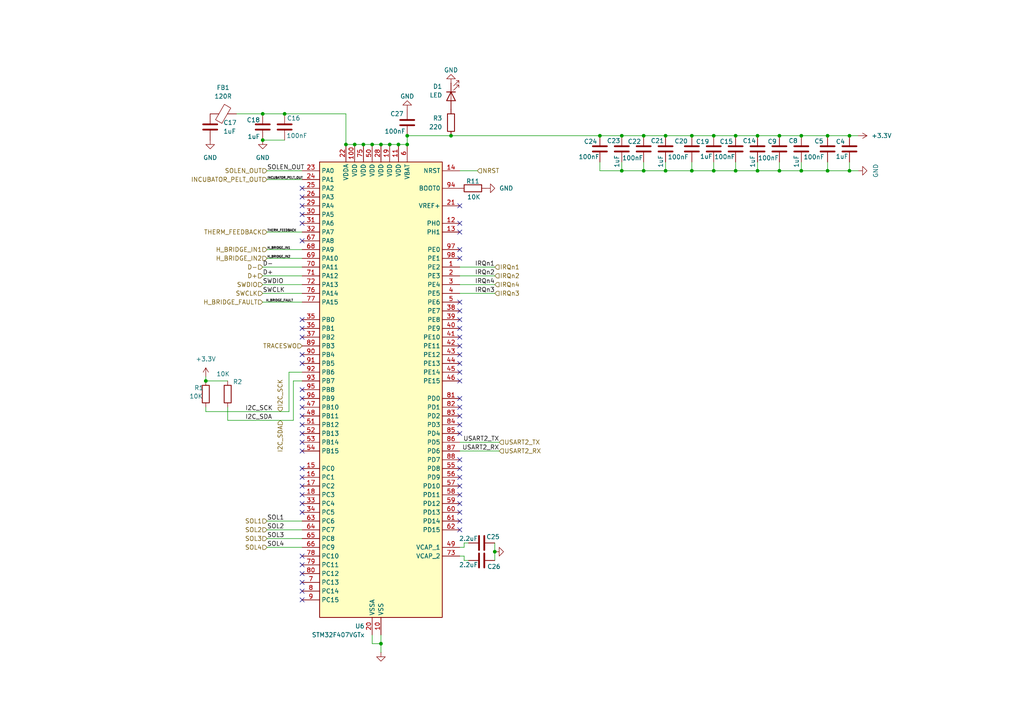
<source format=kicad_sch>
(kicad_sch (version 20231120) (generator "eeschema") (generator_version "8.0")
  (paper "A4")
  (lib_symbols
    (symbol "Device:C" (pin_numbers hide) (pin_names (offset 0.254))
      (property "Reference" "C" (at 0.635 2.54 0))
      (property "Value" "C" (at 0.635 -2.54 0))
      (symbol "C_0_1"
        (polyline (pts (xy -2.032 -0.762) (xy 2.032 -0.762)) (stroke (width 0.508)))
        (polyline (pts (xy -2.032 0.762) (xy 2.032 0.762)) (stroke (width 0.508)))
      )
      (symbol "C_1_1"
        (pin passive line (at 0 3.81 270) (length 2.794) (name "~") (number "1"))
        (pin passive line (at 0 -3.81 90) (length 2.794) (name "~") (number "2"))
      )
    )
    (symbol "Device:FerriteBead" (pin_numbers hide) (pin_names (offset 0))
      (property "Reference" "FB" (at -3.81 0.635 90))
      (property "Value" "FerriteBead" (at 3.81 0 90))
      (symbol "FerriteBead_0_1"
        (polyline (pts (xy 0 -1.27) (xy 0 -1.2192)))
        (polyline (pts (xy 0 1.27) (xy 0 1.2954)))
        (polyline (pts (xy -2.7686 0.4064) (xy -1.7018 2.2606) (xy 2.7686 -0.3048) (xy 1.6764 -2.159) (xy -2.7686 0.4064)))
      )
      (symbol "FerriteBead_1_1"
        (pin passive line (at 0 3.81 270) (length 2.54) (name "~") (number "1"))
        (pin passive line (at 0 -3.81 90) (length 2.54) (name "~") (number "2"))
      )
    )
    (symbol "Device:LED" (pin_numbers hide) (pin_names (offset 1.016) hide)
      (property "Reference" "D" (at 0 2.54 0))
      (property "Value" "LED" (at 0 -2.54 0))
      (symbol "LED_0_1"
        (polyline (pts (xy -1.27 -1.27) (xy -1.27 1.27)) (stroke (width 0.254)))
        (polyline (pts (xy -1.27 0) (xy 1.27 0)))
        (polyline (pts (xy 1.27 -1.27) (xy 1.27 1.27) (xy -1.27 0) (xy 1.27 -1.27)) (stroke (width 0.254)))
        (polyline (pts (xy -3.048 -0.762) (xy -4.572 -2.286) (xy -3.81 -2.286) (xy -4.572 -2.286) (xy -4.572 -1.524)))
        (polyline (pts (xy -1.778 -0.762) (xy -3.302 -2.286) (xy -2.54 -2.286) (xy -3.302 -2.286) (xy -3.302 -1.524)))
      )
      (symbol "LED_1_1"
        (pin passive line (at -3.81 0 0) (length 2.54) (name "K") (number "1"))
        (pin passive line (at 3.81 0 180) (length 2.54) (name "A") (number "2"))
      )
    )
    (symbol "Device:R" (pin_numbers hide) (pin_names (offset 0))
      (property "Reference" "R" (at 2.032 0 90))
      (property "Value" "R" (at 0 0 90))
      (symbol "R_0_1"
        (rectangle (start -1.016 -2.54) (end 1.016 2.54) (stroke (width 0.254)))
      )
      (symbol "R_1_1"
        (pin passive line (at 0 3.81 270) (length 1.27) (name "~") (number "1"))
        (pin passive line (at 0 -3.81 90) (length 1.27) (name "~") (number "2"))
      )
    )
    (symbol "MCU_ST_STM32F4:STM32F407VGTx"
      (property "Reference" "U" (at -17.78 67.31 0))
      (property "Value" "STM32F407VGTx" (at 12.7 67.31 0))
      (symbol "STM32F407VGTx_0_1"
        (rectangle (start -17.78 -66.04) (end 17.78 66.04) (stroke (width 0.254)) (fill (type background)))
      )
      (symbol "STM32F407VGTx_1_1"
        (pin bidirectional line (at -22.86 35.56 0) (length 5.08) (name "PE2") (number "1"))
        (pin power_in line (at 0 -71.12 90) (length 5.08) (name "VSS") (number "10"))
        (pin power_in line (at 7.62 71.12 270) (length 5.08) (name "VDD") (number "100"))
        (pin power_in line (at -5.08 71.12 270) (length 5.08) (name "VDD") (number "11"))
        (pin bidirectional line (at -22.86 48.26 0) (length 5.08) (name "PH0") (number "12"))
        (pin bidirectional line (at -22.86 45.72 0) (length 5.08) (name "PH1") (number "13"))
        (pin input line (at -22.86 63.5 0) (length 5.08) (name "NRST") (number "14"))
        (pin bidirectional line (at 22.86 -22.86 180) (length 5.08) (name "PC0") (number "15"))
        (pin bidirectional line (at 22.86 -25.4 180) (length 5.08) (name "PC1") (number "16"))
        (pin bidirectional line (at 22.86 -27.94 180) (length 5.08) (name "PC2") (number "17"))
        (pin bidirectional line (at 22.86 -30.48 180) (length 5.08) (name "PC3") (number "18"))
        (pin power_in line (at -2.54 71.12 270) (length 5.08) (name "VDD") (number "19"))
        (pin bidirectional line (at -22.86 33.02 0) (length 5.08) (name "PE3") (number "2"))
        (pin power_in line (at 2.54 -71.12 90) (length 5.08) (name "VSSA") (number "20"))
        (pin input line (at -22.86 53.34 0) (length 5.08) (name "VREF+") (number "21"))
        (pin power_in line (at 10.16 71.12 270) (length 5.08) (name "VDDA") (number "22"))
        (pin bidirectional line (at 22.86 63.5 180) (length 5.08) (name "PA0") (number "23"))
        (pin bidirectional line (at 22.86 60.96 180) (length 5.08) (name "PA1") (number "24"))
        (pin bidirectional line (at 22.86 58.42 180) (length 5.08) (name "PA2") (number "25"))
        (pin bidirectional line (at 22.86 55.88 180) (length 5.08) (name "PA3") (number "26"))
        (pin passive line (at 0 -71.12 90) (length 5.08) hide (name "VSS") (number "27"))
        (pin power_in line (at 0 71.12 270) (length 5.08) (name "VDD") (number "28"))
        (pin bidirectional line (at 22.86 53.34 180) (length 5.08) (name "PA4") (number "29"))
        (pin bidirectional line (at -22.86 30.48 0) (length 5.08) (name "PE4") (number "3"))
        (pin bidirectional line (at 22.86 50.8 180) (length 5.08) (name "PA5") (number "30"))
        (pin bidirectional line (at 22.86 48.26 180) (length 5.08) (name "PA6") (number "31"))
        (pin bidirectional line (at 22.86 45.72 180) (length 5.08) (name "PA7") (number "32"))
        (pin bidirectional line (at 22.86 -33.02 180) (length 5.08) (name "PC4") (number "33"))
        (pin bidirectional line (at 22.86 -35.56 180) (length 5.08) (name "PC5") (number "34"))
        (pin bidirectional line (at 22.86 20.32 180) (length 5.08) (name "PB0") (number "35"))
        (pin bidirectional line (at 22.86 17.78 180) (length 5.08) (name "PB1") (number "36"))
        (pin bidirectional line (at 22.86 15.24 180) (length 5.08) (name "PB2") (number "37"))
        (pin bidirectional line (at -22.86 22.86 0) (length 5.08) (name "PE7") (number "38"))
        (pin bidirectional line (at -22.86 20.32 0) (length 5.08) (name "PE8") (number "39"))
        (pin bidirectional line (at -22.86 27.94 0) (length 5.08) (name "PE5") (number "4"))
        (pin bidirectional line (at -22.86 17.78 0) (length 5.08) (name "PE9") (number "40"))
        (pin bidirectional line (at -22.86 15.24 0) (length 5.08) (name "PE10") (number "41"))
        (pin bidirectional line (at -22.86 12.7 0) (length 5.08) (name "PE11") (number "42"))
        (pin bidirectional line (at -22.86 10.16 0) (length 5.08) (name "PE12") (number "43"))
        (pin bidirectional line (at -22.86 7.62 0) (length 5.08) (name "PE13") (number "44"))
        (pin bidirectional line (at -22.86 5.08 0) (length 5.08) (name "PE14") (number "45"))
        (pin bidirectional line (at -22.86 2.54 0) (length 5.08) (name "PE15") (number "46"))
        (pin bidirectional line (at 22.86 -5.08 180) (length 5.08) (name "PB10") (number "47"))
        (pin bidirectional line (at 22.86 -7.62 180) (length 5.08) (name "PB11") (number "48"))
        (pin power_out line (at -22.86 -45.72 0) (length 5.08) (name "VCAP_1") (number "49"))
        (pin bidirectional line (at -22.86 25.4 0) (length 5.08) (name "PE6") (number "5"))
        (pin power_in line (at 2.54 71.12 270) (length 5.08) (name "VDD") (number "50"))
        (pin bidirectional line (at 22.86 -10.16 180) (length 5.08) (name "PB12") (number "51"))
        (pin bidirectional line (at 22.86 -12.7 180) (length 5.08) (name "PB13") (number "52"))
        (pin bidirectional line (at 22.86 -15.24 180) (length 5.08) (name "PB14") (number "53"))
        (pin bidirectional line (at 22.86 -17.78 180) (length 5.08) (name "PB15") (number "54"))
        (pin bidirectional line (at -22.86 -22.86 0) (length 5.08) (name "PD8") (number "55"))
        (pin bidirectional line (at -22.86 -25.4 0) (length 5.08) (name "PD9") (number "56"))
        (pin bidirectional line (at -22.86 -27.94 0) (length 5.08) (name "PD10") (number "57"))
        (pin bidirectional line (at -22.86 -30.48 0) (length 5.08) (name "PD11") (number "58"))
        (pin bidirectional line (at -22.86 -33.02 0) (length 5.08) (name "PD12") (number "59"))
        (pin power_in line (at -7.62 71.12 270) (length 5.08) (name "VBAT") (number "6"))
        (pin bidirectional line (at -22.86 -35.56 0) (length 5.08) (name "PD13") (number "60"))
        (pin bidirectional line (at -22.86 -38.1 0) (length 5.08) (name "PD14") (number "61"))
        (pin bidirectional line (at -22.86 -40.64 0) (length 5.08) (name "PD15") (number "62"))
        (pin bidirectional line (at 22.86 -38.1 180) (length 5.08) (name "PC6") (number "63"))
        (pin bidirectional line (at 22.86 -40.64 180) (length 5.08) (name "PC7") (number "64"))
        (pin bidirectional line (at 22.86 -43.18 180) (length 5.08) (name "PC8") (number "65"))
        (pin bidirectional line (at 22.86 -45.72 180) (length 5.08) (name "PC9") (number "66"))
        (pin bidirectional line (at 22.86 43.18 180) (length 5.08) (name "PA8") (number "67"))
        (pin bidirectional line (at 22.86 40.64 180) (length 5.08) (name "PA9") (number "68"))
        (pin bidirectional line (at 22.86 38.1 180) (length 5.08) (name "PA10") (number "69"))
        (pin bidirectional line (at 22.86 -55.88 180) (length 5.08) (name "PC13") (number "7"))
        (pin bidirectional line (at 22.86 35.56 180) (length 5.08) (name "PA11") (number "70"))
        (pin bidirectional line (at 22.86 33.02 180) (length 5.08) (name "PA12") (number "71"))
        (pin bidirectional line (at 22.86 30.48 180) (length 5.08) (name "PA13") (number "72"))
        (pin power_out line (at -22.86 -48.26 0) (length 5.08) (name "VCAP_2") (number "73"))
        (pin passive line (at 0 -71.12 90) (length 5.08) hide (name "VSS") (number "74"))
        (pin power_in line (at 5.08 71.12 270) (length 5.08) (name "VDD") (number "75"))
        (pin bidirectional line (at 22.86 27.94 180) (length 5.08) (name "PA14") (number "76"))
        (pin bidirectional line (at 22.86 25.4 180) (length 5.08) (name "PA15") (number "77"))
        (pin bidirectional line (at 22.86 -48.26 180) (length 5.08) (name "PC10") (number "78"))
        (pin bidirectional line (at 22.86 -50.8 180) (length 5.08) (name "PC11") (number "79"))
        (pin bidirectional line (at 22.86 -58.42 180) (length 5.08) (name "PC14") (number "8"))
        (pin bidirectional line (at 22.86 -53.34 180) (length 5.08) (name "PC12") (number "80"))
        (pin bidirectional line (at -22.86 -2.54 0) (length 5.08) (name "PD0") (number "81"))
        (pin bidirectional line (at -22.86 -5.08 0) (length 5.08) (name "PD1") (number "82"))
        (pin bidirectional line (at -22.86 -7.62 0) (length 5.08) (name "PD2") (number "83"))
        (pin bidirectional line (at -22.86 -10.16 0) (length 5.08) (name "PD3") (number "84"))
        (pin bidirectional line (at -22.86 -12.7 0) (length 5.08) (name "PD4") (number "85"))
        (pin bidirectional line (at -22.86 -15.24 0) (length 5.08) (name "PD5") (number "86"))
        (pin bidirectional line (at -22.86 -17.78 0) (length 5.08) (name "PD6") (number "87"))
        (pin bidirectional line (at -22.86 -20.32 0) (length 5.08) (name "PD7") (number "88"))
        (pin bidirectional line (at 22.86 12.7 180) (length 5.08) (name "PB3") (number "89"))
        (pin bidirectional line (at 22.86 -60.96 180) (length 5.08) (name "PC15") (number "9"))
        (pin bidirectional line (at 22.86 10.16 180) (length 5.08) (name "PB4") (number "90"))
        (pin bidirectional line (at 22.86 7.62 180) (length 5.08) (name "PB5") (number "91"))
        (pin bidirectional line (at 22.86 5.08 180) (length 5.08) (name "PB6") (number "92"))
        (pin bidirectional line (at 22.86 2.54 180) (length 5.08) (name "PB7") (number "93"))
        (pin input line (at -22.86 58.42 0) (length 5.08) (name "BOOT0") (number "94"))
        (pin bidirectional line (at 22.86 0 180) (length 5.08) (name "PB8") (number "95"))
        (pin bidirectional line (at 22.86 -2.54 180) (length 5.08) (name "PB9") (number "96"))
        (pin bidirectional line (at -22.86 40.64 0) (length 5.08) (name "PE0") (number "97"))
        (pin bidirectional line (at -22.86 38.1 0) (length 5.08) (name "PE1") (number "98"))
        (pin passive line (at 0 -71.12 90) (length 5.08) hide (name "VSS") (number "99"))
      )
    )
    (symbol "power:+3.3V" (power) (pin_numbers hide) (pin_names (offset 0) hide)
      (property "Value" "+3.3V" (at 0 3.556 0))
      (symbol "+3.3V_0_1"
        (polyline (pts (xy -0.762 1.27) (xy 0 2.54)))
        (polyline (pts (xy 0 0) (xy 0 2.54)))
        (polyline (pts (xy 0 2.54) (xy 0.762 1.27)))
      )
      (symbol "+3.3V_1_1"
        (pin power_in line (at 0 0 90) (length 0) (name "~") (number "1"))
      )
    )
    (symbol "power:GND" (power) (pin_numbers hide) (pin_names (offset 0) hide)
      (property "Value" "GND" (at 0 -3.81 0))
      (symbol "GND_0_1"
        (polyline (pts (xy 0 0) (xy 0 -1.27) (xy 1.27 -1.27) (xy 0 -2.54) (xy -1.27 -1.27) (xy 0 -1.27)))
      )
      (symbol "GND_1_1"
        (pin power_in line (at 0 0 270) (length 0) (name "~") (number "1"))
      )
    )
  )
  (junction (at 200.66 49.53))
  (junction (at 143.51 160.02))
  (junction (at 246.38 49.53))
  (junction (at 82.55 33.02))
  (junction (at 232.41 49.53))
  (junction (at 193.04 39.37))
  (junction (at 110.49 186.69))
  (junction (at 118.11 39.37))
  (junction (at 110.49 41.91))
  (junction (at 219.71 49.53))
  (junction (at 180.34 49.53))
  (junction (at 113.03 41.91))
  (junction (at 219.71 39.37))
  (junction (at 130.81 39.37))
  (junction (at 213.36 49.53))
  (junction (at 107.95 41.91))
  (junction (at 240.03 49.53))
  (junction (at 193.04 49.53))
  (junction (at 186.69 39.37))
  (junction (at 115.57 41.91))
  (junction (at 207.01 39.37))
  (junction (at 102.87 41.91))
  (junction (at 76.2 40.64))
  (junction (at 240.03 39.37))
  (junction (at 59.69 110.49))
  (junction (at 76.2 33.02))
  (junction (at 186.69 49.53))
  (junction (at 226.06 39.37))
  (junction (at 180.34 39.37))
  (junction (at 200.66 39.37))
  (junction (at 246.38 39.37))
  (junction (at 118.11 41.91))
  (junction (at 232.41 39.37))
  (junction (at 105.41 41.91))
  (junction (at 213.36 39.37))
  (junction (at 100.33 41.91))
  (junction (at 226.06 49.53))
  (junction (at 173.99 39.37))
  (junction (at 207.01 49.53))
  (no_connect (at 87.63 57.15))
  (no_connect (at 133.35 125.73))
  (no_connect (at 133.35 135.89))
  (no_connect (at 133.35 59.69))
  (no_connect (at 133.35 64.77))
  (no_connect (at 87.63 130.81))
  (no_connect (at 87.63 123.19))
  (no_connect (at 133.35 90.17))
  (no_connect (at 133.35 92.71))
  (no_connect (at 87.63 148.59))
  (no_connect (at 133.35 140.97))
  (no_connect (at 133.35 138.43))
  (no_connect (at 87.63 64.77))
  (no_connect (at 87.63 62.23))
  (no_connect (at 133.35 87.63))
  (no_connect (at 87.63 97.79))
  (no_connect (at 133.35 133.35))
  (no_connect (at 87.63 105.41))
  (no_connect (at 133.35 95.25))
  (no_connect (at 133.35 148.59))
  (no_connect (at 87.63 54.61))
  (no_connect (at 87.63 138.43))
  (no_connect (at 87.63 161.29))
  (no_connect (at 87.63 146.05))
  (no_connect (at 87.63 125.73))
  (no_connect (at 133.35 100.33))
  (no_connect (at 133.35 67.31))
  (no_connect (at 133.35 105.41))
  (no_connect (at 87.63 173.99))
  (no_connect (at 87.63 95.25))
  (no_connect (at 133.35 115.57))
  (no_connect (at 133.35 107.95))
  (no_connect (at 133.35 74.93))
  (no_connect (at 133.35 146.05))
  (no_connect (at 133.35 153.67))
  (no_connect (at 87.63 143.51))
  (no_connect (at 87.63 163.83))
  (no_connect (at 87.63 115.57))
  (no_connect (at 87.63 166.37))
  (no_connect (at 133.35 143.51))
  (no_connect (at 87.63 140.97))
  (no_connect (at 87.63 102.87))
  (no_connect (at 87.63 113.03))
  (no_connect (at 133.35 118.11))
  (no_connect (at 87.63 171.45))
  (no_connect (at 133.35 110.49))
  (no_connect (at 87.63 59.69))
  (no_connect (at 133.35 151.13))
  (no_connect (at 87.63 128.27))
  (no_connect (at 133.35 97.79))
  (no_connect (at 87.63 92.71))
  (no_connect (at 87.63 118.11))
  (no_connect (at 87.63 120.65))
  (no_connect (at 87.63 69.85))
  (no_connect (at 133.35 120.65))
  (no_connect (at 87.63 168.91))
  (no_connect (at 87.63 135.89))
  (no_connect (at 133.35 102.87))
  (no_connect (at 133.35 123.19))
  (no_connect (at 133.35 72.39))
  (wire (pts (xy 77.47 153.67) (xy 87.63 153.67)))
  (wire (pts (xy 82.55 33.02) (xy 100.33 33.02)))
  (wire (pts (xy 59.69 119.38) (xy 59.69 118.11)))
  (wire (pts (xy 76.2 85.09) (xy 87.63 85.09)))
  (wire (pts (xy 130.81 39.37) (xy 118.11 39.37)))
  (wire (pts (xy 77.47 151.13) (xy 87.63 151.13)))
  (wire (pts (xy 213.36 39.37) (xy 219.71 39.37)))
  (wire (pts (xy 66.04 121.92) (xy 85.09 121.92)))
  (wire (pts (xy 134.62 157.48) (xy 134.62 158.75)))
  (wire (pts (xy 207.01 46.99) (xy 207.01 49.53)))
  (wire (pts (xy 105.41 41.91) (xy 102.87 41.91)))
  (wire (pts (xy 173.99 39.37) (xy 180.34 39.37)))
  (wire (pts (xy 59.69 110.49) (xy 66.04 110.49)))
  (wire (pts (xy 76.2 77.47) (xy 87.63 77.47)))
  (wire (pts (xy 113.03 41.91) (xy 110.49 41.91)))
  (wire (pts (xy 133.35 85.09) (xy 143.51 85.09)))
  (wire (pts (xy 180.34 49.53) (xy 180.34 46.99)))
  (wire (pts (xy 83.82 107.95) (xy 87.63 107.95)))
  (wire (pts (xy 133.35 161.29) (xy 134.62 161.29)))
  (wire (pts (xy 219.71 49.53) (xy 219.71 46.99)))
  (wire (pts (xy 200.66 49.53) (xy 200.66 46.99)))
  (wire (pts (xy 186.69 49.53) (xy 180.34 49.53)))
  (wire (pts (xy 219.71 39.37) (xy 226.06 39.37)))
  (wire (pts (xy 143.51 80.01) (xy 133.35 80.01)))
  (wire (pts (xy 240.03 49.53) (xy 240.03 46.99)))
  (wire (pts (xy 226.06 39.37) (xy 232.41 39.37)))
  (wire (pts (xy 82.55 33.02) (xy 76.2 33.02)))
  (wire (pts (xy 83.82 119.38) (xy 83.82 107.95)))
  (wire (pts (xy 77.47 52.07) (xy 87.63 52.07)))
  (wire (pts (xy 246.38 39.37) (xy 240.03 39.37)))
  (wire (pts (xy 138.43 49.53) (xy 133.35 49.53)))
  (wire (pts (xy 107.95 184.15) (xy 107.95 186.69)))
  (wire (pts (xy 76.2 82.55) (xy 87.63 82.55)))
  (wire (pts (xy 115.57 41.91) (xy 113.03 41.91)))
  (wire (pts (xy 232.41 46.99) (xy 232.41 49.53)))
  (wire (pts (xy 213.36 49.53) (xy 213.36 46.99)))
  (wire (pts (xy 107.95 41.91) (xy 105.41 41.91)))
  (wire (pts (xy 134.62 162.56) (xy 135.89 162.56)))
  (wire (pts (xy 77.47 67.31) (xy 87.63 67.31)))
  (wire (pts (xy 77.47 49.53) (xy 87.63 49.53)))
  (wire (pts (xy 219.71 49.53) (xy 213.36 49.53)))
  (wire (pts (xy 246.38 46.99) (xy 246.38 49.53)))
  (wire (pts (xy 77.47 158.75) (xy 87.63 158.75)))
  (wire (pts (xy 144.78 130.81) (xy 133.35 130.81)))
  (wire (pts (xy 134.62 158.75) (xy 133.35 158.75)))
  (wire (pts (xy 118.11 41.91) (xy 115.57 41.91)))
  (wire (pts (xy 193.04 49.53) (xy 186.69 49.53)))
  (wire (pts (xy 248.92 39.37) (xy 246.38 39.37)))
  (wire (pts (xy 173.99 49.53) (xy 173.99 46.99)))
  (wire (pts (xy 110.49 184.15) (xy 110.49 186.69)))
  (wire (pts (xy 180.34 49.53) (xy 173.99 49.53)))
  (wire (pts (xy 102.87 41.91) (xy 100.33 41.91)))
  (wire (pts (xy 246.38 49.53) (xy 248.92 49.53)))
  (wire (pts (xy 186.69 39.37) (xy 193.04 39.37)))
  (wire (pts (xy 110.49 41.91) (xy 107.95 41.91)))
  (wire (pts (xy 76.2 87.63) (xy 87.63 87.63)))
  (wire (pts (xy 135.89 157.48) (xy 134.62 157.48)))
  (wire (pts (xy 207.01 39.37) (xy 200.66 39.37)))
  (wire (pts (xy 76.2 80.01) (xy 87.63 80.01)))
  (wire (pts (xy 118.11 43.18) (xy 118.11 41.91)))
  (wire (pts (xy 87.63 74.93) (xy 77.47 74.93)))
  (wire (pts (xy 85.09 110.49) (xy 87.63 110.49)))
  (wire (pts (xy 207.01 49.53) (xy 200.66 49.53)))
  (wire (pts (xy 85.09 121.92) (xy 85.09 110.49)))
  (wire (pts (xy 66.04 118.11) (xy 66.04 121.92)))
  (wire (pts (xy 143.51 77.47) (xy 133.35 77.47)))
  (wire (pts (xy 59.69 109.22) (xy 59.69 110.49)))
  (wire (pts (xy 118.11 39.37) (xy 118.11 41.91)))
  (wire (pts (xy 180.34 39.37) (xy 186.69 39.37)))
  (wire (pts (xy 226.06 49.53) (xy 219.71 49.53)))
  (wire (pts (xy 226.06 46.99) (xy 226.06 49.53)))
  (wire (pts (xy 173.99 39.37) (xy 130.81 39.37)))
  (wire (pts (xy 232.41 39.37) (xy 240.03 39.37)))
  (wire (pts (xy 143.51 82.55) (xy 133.35 82.55)))
  (wire (pts (xy 246.38 49.53) (xy 240.03 49.53)))
  (wire (pts (xy 144.78 128.27) (xy 133.35 128.27)))
  (wire (pts (xy 76.2 33.02) (xy 68.58 33.02)))
  (wire (pts (xy 82.55 40.64) (xy 76.2 40.64)))
  (wire (pts (xy 232.41 49.53) (xy 240.03 49.53)))
  (wire (pts (xy 186.69 46.99) (xy 186.69 49.53)))
  (wire (pts (xy 87.63 72.39) (xy 77.47 72.39)))
  (wire (pts (xy 134.62 161.29) (xy 134.62 162.56)))
  (wire (pts (xy 143.51 160.02) (xy 143.51 162.56)))
  (wire (pts (xy 207.01 49.53) (xy 213.36 49.53)))
  (wire (pts (xy 193.04 49.53) (xy 200.66 49.53)))
  (wire (pts (xy 193.04 46.99) (xy 193.04 49.53)))
  (wire (pts (xy 213.36 39.37) (xy 207.01 39.37)))
  (wire (pts (xy 143.51 157.48) (xy 143.51 160.02)))
  (wire (pts (xy 110.49 186.69) (xy 107.95 186.69)))
  (wire (pts (xy 110.49 189.23) (xy 110.49 186.69)))
  (wire (pts (xy 232.41 49.53) (xy 226.06 49.53)))
  (wire (pts (xy 77.47 156.21) (xy 87.63 156.21)))
  (wire (pts (xy 59.69 119.38) (xy 83.82 119.38)))
  (wire (pts (xy 193.04 39.37) (xy 200.66 39.37)))
  (wire (pts (xy 100.33 33.02) (xy 100.33 41.91)))
  (label "H_BRIDGE_IN1" (at 77.47 72.39 0) (effects (font (size 0.635 0.635))))
  (label "D+" (at 76.2 80.01 0))
  (label "SWCLK" (at 76.2 85.09 0))
  (label "D-" (at 76.2 77.47 0))
  (label "THERM_FEEDBACK" (at 77.47 67.31 0) (effects (font (size 0.635 0.635))))
  (label "SOL2" (at 77.47 153.67 0))
  (label "INCUBATOR_PELT_OUT" (at 77.47 52.07 0) (effects (font (size 0.635 0.635))))
  (label "SWDIO" (at 76.2 82.55 0))
  (label "H_BRIDGE_IN2" (at 77.47 74.93 0) (effects (font (size 0.635 0.635))))
  (label "H_BRIDGE_FAULT" (at 85.09 87.63 180) (effects (font (size 0.635 0.635))))
  (label "USART2_RX" (at 144.78 130.81 180))
  (label "I2C_SCK" (at 71.12 119.38 0))
  (label "I2C_SDA" (at 71.12 121.92 0))
  (label "IRQn2" (at 143.51 80.01 180))
  (label "IRQn4" (at 143.51 82.55 180))
  (label "SOL1" (at 77.47 151.13 0))
  (label "SOLEN_OUT" (at 77.47 49.53 0))
  (label "SOL3" (at 77.47 156.21 0))
  (label "USART2_TX" (at 144.78 128.27 180))
  (label "SOL4" (at 77.47 158.75 0))
  (label "IRQn1" (at 143.51 77.47 180))
  (label "IRQn3" (at 143.51 85.09 180))
  (hierarchical_label "THERM_FEEDBACK" (shape input) (at 77.47 67.31 180))
  (hierarchical_label "H_BRIDGE_IN2" (shape input) (at 77.47 74.93 180))
  (hierarchical_label "I2C_SCK" (shape input) (at 81.28 119.38 90))
  (hierarchical_label "NRST" (shape input) (at 138.43 49.53 0))
  (hierarchical_label "SOL1" (shape input) (at 77.47 151.13 180))
  (hierarchical_label "SOLEN_OUT" (shape input) (at 77.47 49.53 180))
  (hierarchical_label "I2C_SDA" (shape input) (at 81.28 121.92 270))
  (hierarchical_label "IRQn4" (shape input) (at 143.51 82.55 0))
  (hierarchical_label "D+" (shape input) (at 76.2 80.01 180))
  (hierarchical_label "SWCLK" (shape input) (at 76.2 85.09 180))
  (hierarchical_label "SWDIO" (shape input) (at 76.2 82.55 180))
  (hierarchical_label "USART2_RX" (shape input) (at 144.78 130.81 0))
  (hierarchical_label "SOL2" (shape input) (at 77.47 153.67 180))
  (hierarchical_label "IRQn2" (shape input) (at 143.51 80.01 0))
  (hierarchical_label "D-" (shape input) (at 76.2 77.47 180))
  (hierarchical_label "USART2_TX" (shape input) (at 144.78 128.27 0))
  (hierarchical_label "H_BRIDGE_FAULT" (shape input) (at 76.2 87.63 180))
  (hierarchical_label "TRACESWO" (shape input) (at 87.63 100.33 180))
  (hierarchical_label "IRQn3" (shape input) (at 143.51 85.09 0))
  (hierarchical_label "SOL4" (shape input) (at 77.47 158.75 180))
  (hierarchical_label "IRQn1" (shape input) (at 143.51 77.47 0))
  (hierarchical_label "INCUBATOR_PELT_OUT" (shape input) (at 77.47 52.07 180))
  (hierarchical_label "SOL3" (shape input) (at 77.47 156.21 180))
  (hierarchical_label "H_BRIDGE_IN1" (shape input) (at 77.47 72.39 180))
  (symbol (lib_id "Device:C") (at 139.7 162.56 90) (unit 1)
    (property "Reference" "C26" (at 143.256 164.338 90))
    (property "Value" "2.2uF" (at 135.89 163.83 90))
    (property "Footprint" "Capacitor_SMD:C_0201_0603Metric" (effects (hide yes)))
    (property "Description" "Unpolarized capacitor (X7R)" (effects (hide yes)))
  )
  (symbol (lib_id "Device:R") (at 66.04 114.3 0) (unit 1)
    (property "Reference" "R2" (at 67.564 110.744 0) (effects (justify left)))
    (property "Value" "10K" (at 62.738 108.458 0) (effects (justify left)))
    (property "Footprint" "Resistor_SMD:R_0201_0603Metric" (effects (hide yes)))
    (property "Description" "Resistor" (effects (hide yes)))
  )
  (symbol (lib_id "Device:C") (at 200.66 43.18 0) (mirror y) (unit 1)
    (property "Reference" "C20" (at 199.517 40.9448 0) (effects (justify left)))
    (property "Value" "100nF" (at 199.7456 45.5422 0) (effects (justify left)))
    (property "Footprint" "Capacitor_SMD:C_0201_0603Metric" (effects (hide yes)))
    (property "Description" "Unpolarized capacitor" (effects (hide yes)))
  )
  (symbol (lib_id "Device:C") (at 180.34 43.18 0) (mirror y) (unit 1)
    (property "Reference" "C23" (at 177.9778 40.8432 0))
    (property "Value" "1uF" (at 178.9176 46.8122 90))
    (property "Footprint" "Capacitor_SMD:C_0201_0603Metric" (effects (hide yes)))
    (property "Description" "Unpolarized capacitor" (effects (hide yes)))
  )
  (symbol (lib_id "power:+3.3V") (at 248.92 39.37 270) (mirror x) (unit 1)
    (property "Reference" "#PWR035" (effects (hide yes)))
    (property "Value" "+3.3V" (at 252.73 39.3699 90) (effects (justify left)))
    (property "Description" "Power symbol creates a global label with name \"+3.3V\"" (effects (hide yes)))
  )
  (symbol (lib_id "Device:R") (at 137.16 54.61 90) (unit 1)
    (property "Reference" "R11" (at 137.16 52.578 90))
    (property "Value" "10K" (at 137.414 57.15 90))
    (property "Footprint" "Resistor_SMD:R_0201_0603Metric" (effects (hide yes)))
    (property "Description" "Resistor" (effects (hide yes)))
  )
  (symbol (lib_id "power:GND") (at 140.97 54.61 90) (mirror x) (unit 1)
    (property "Reference" "#PWR041" (effects (hide yes)))
    (property "Value" "GND" (at 144.78 54.6099 90) (effects (justify right)))
    (property "Description" "Power symbol creates a global label with name \"GND\" , ground" (effects (hide yes)))
  )
  (symbol (lib_id "Device:C") (at 240.03 43.18 0) (mirror y) (unit 1)
    (property "Reference" "C5" (at 238.887 40.9448 0) (effects (justify left)))
    (property "Value" "100nF" (at 239.1156 45.5422 0) (effects (justify left)))
    (property "Footprint" "Capacitor_SMD:C_0201_0603Metric" (effects (hide yes)))
    (property "Description" "Unpolarized capacitor" (effects (hide yes)))
  )
  (symbol (lib_id "power:GND") (at 248.92 49.53 90) (mirror x) (unit 1)
    (property "Reference" "#PWR021" (effects (hide yes)))
    (property "Value" "GND" (at 254 49.53 0))
    (property "Description" "Power symbol creates a global label with name \"GND\" , ground" (effects (hide yes)))
  )
  (symbol (lib_id "Device:FerriteBead") (at 64.77 33.02 90) (unit 1)
    (property "Reference" "FB1" (at 64.7192 25.4 90))
    (property "Value" "120R" (at 64.7192 27.94 90))
    (property "Footprint" "Inductor_SMD:L_0603_1608Metric" (effects (hide yes)))
    (property "Description" "Ferrite bead" (effects (hide yes)))
  )
  (symbol (lib_id "Device:C") (at 226.06 43.18 0) (mirror y) (unit 1)
    (property "Reference" "C9" (at 225.3234 41.0464 0) (effects (justify left)))
    (property "Value" "100nF" (at 225.9076 45.8216 0) (effects (justify left)))
    (property "Footprint" "Capacitor_SMD:C_0201_0603Metric" (effects (hide yes)))
    (property "Description" "Unpolarized capacitor" (effects (hide yes)))
  )
  (symbol (lib_id "Device:R") (at 130.81 35.56 0) (mirror x) (unit 1)
    (property "Reference" "R3" (at 128.27 34.2899 0) (effects (justify right)))
    (property "Value" "220" (at 128.27 36.8299 0) (effects (justify right)))
    (property "Footprint" "Resistor_SMD:R_0201_0603Metric" (effects (hide yes)))
    (property "Description" "Resistor" (effects (hide yes)))
  )
  (symbol (lib_id "Device:C") (at 82.55 36.83 0) (mirror y) (unit 1)
    (property "Reference" "C16" (at 87.122 34.29 0) (effects (justify left)))
    (property "Value" "100nF" (at 89.154 39.37 0) (effects (justify left)))
    (property "Footprint" "Capacitor_SMD:C_0201_0603Metric" (effects (hide yes)))
    (property "Description" "Unpolarized capacitor" (effects (hide yes)))
  )
  (symbol (lib_id "Device:C") (at 173.99 43.18 0) (mirror y) (unit 1)
    (property "Reference" "C24" (at 173.2534 41.0464 0) (effects (justify left)))
    (property "Value" "100nF" (at 173.863 45.4914 0) (effects (justify left)))
    (property "Footprint" "Capacitor_SMD:C_0201_0603Metric" (effects (hide yes)))
    (property "Description" "Unpolarized capacitor" (effects (hide yes)))
  )
  (symbol (lib_id "Device:C") (at 139.7 157.48 90) (unit 1)
    (property "Reference" "C25" (at 143.002 155.702 90))
    (property "Value" "2.2uF" (at 135.89 156.21 90))
    (property "Footprint" "Capacitor_SMD:C_0201_0603Metric" (effects (hide yes)))
    (property "Description" "Unpolarized capacitor (X7R)" (effects (hide yes)))
  )
  (symbol (lib_id "Device:C") (at 246.38 43.18 0) (mirror y) (unit 1)
    (property "Reference" "C4" (at 245.11 41.0718 0) (effects (justify left)))
    (property "Value" "1uF" (at 246.0498 45.3898 0) (effects (justify left)))
    (property "Footprint" "Capacitor_SMD:C_0201_0603Metric" (effects (hide yes)))
    (property "Description" "Unpolarized capacitor" (effects (hide yes)))
  )
  (symbol (lib_id "power:GND") (at 118.11 31.75 0) (mirror x) (unit 1)
    (property "Reference" "#PWR062" (effects (hide yes)))
    (property "Value" "GND" (at 118.11 27.94 0))
    (property "Description" "Power symbol creates a global label with name \"GND\" , ground" (effects (hide yes)))
  )
  (symbol (lib_id "power:GND") (at 76.2 40.64 0) (unit 1)
    (property "Reference" "#PWR056" (effects (hide yes)))
    (property "Value" "GND" (at 76.2 45.72 0))
    (property "Description" "Power symbol creates a global label with name \"GND\" , ground" (effects (hide yes)))
  )
  (symbol (lib_id "Device:C") (at 207.01 43.18 0) (mirror y) (unit 1)
    (property "Reference" "C19" (at 205.74 41.0718 0) (effects (justify left)))
    (property "Value" "1uF" (at 206.6798 45.3898 0) (effects (justify left)))
    (property "Footprint" "Capacitor_SMD:C_0201_0603Metric" (effects (hide yes)))
    (property "Description" "Unpolarized capacitor" (effects (hide yes)))
  )
  (symbol (lib_id "Device:C") (at 232.41 43.18 0) (mirror y) (unit 1)
    (property "Reference" "C8" (at 230.0478 40.8432 0))
    (property "Value" "1uF" (at 230.9876 46.8122 90))
    (property "Footprint" "Capacitor_SMD:C_0201_0603Metric" (effects (hide yes)))
    (property "Description" "Unpolarized capacitor" (effects (hide yes)))
  )
  (symbol (lib_id "Device:C") (at 213.36 43.18 0) (mirror y) (unit 1)
    (property "Reference" "C15" (at 212.6234 41.0464 0) (effects (justify left)))
    (property "Value" "100nF" (at 213.233 45.4914 0) (effects (justify left)))
    (property "Footprint" "Capacitor_SMD:C_0201_0603Metric" (effects (hide yes)))
    (property "Description" "Unpolarized capacitor" (effects (hide yes)))
  )
  (symbol (lib_id "power:GND") (at 110.49 189.23 0) (mirror y) (unit 1)
    (property "Reference" "#PWR040" (effects (hide yes)))
    (property "Value" "GND" (effects (hide yes)))
    (property "Description" "Power symbol creates a global label with name \"GND\" , ground" (effects (hide yes)))
  )
  (symbol (lib_id "Device:C") (at 186.69 43.18 0) (mirror y) (unit 1)
    (property "Reference" "C22" (at 185.9534 41.0464 0) (effects (justify left)))
    (property "Value" "100nF" (at 186.5376 45.8216 0) (effects (justify left)))
    (property "Footprint" "Capacitor_SMD:C_0201_0603Metric" (effects (hide yes)))
    (property "Description" "Unpolarized capacitor" (effects (hide yes)))
  )
  (symbol (lib_id "Device:C") (at 60.96 36.83 0) (unit 1)
    (property "Reference" "C17" (at 64.77 35.5599 0) (effects (justify left)))
    (property "Value" "1uF" (at 64.77 38.0999 0) (effects (justify left)))
    (property "Footprint" "Capacitor_SMD:C_0201_0603Metric" (effects (hide yes)))
    (property "Description" "Unpolarized capacitor" (effects (hide yes)))
  )
  (symbol (lib_id "Device:LED") (at 130.81 27.94 90) (mirror x) (unit 1)
    (property "Reference" "D1" (at 128.27 25.0824 90) (effects (justify left)))
    (property "Value" "LED" (at 128.27 27.6224 90) (effects (justify left)))
    (property "Footprint" "LED_SMD:LED_0201_0603Metric" (effects (hide yes)))
    (property "Description" "Light emitting diode" (effects (hide yes)))
  )
  (symbol (lib_id "power:+3.3V") (at 59.69 109.22 0) (unit 1)
    (property "Reference" "#PWR011" (effects (hide yes)))
    (property "Value" "+3.3V" (at 59.69 104.14 0))
    (property "Description" "Power symbol creates a global label with name \"+3.3V\"" (effects (hide yes)))
  )
  (symbol (lib_id "Device:C") (at 219.71 43.18 0) (mirror y) (unit 1)
    (property "Reference" "C14" (at 217.3478 40.8432 0))
    (property "Value" "1uF" (at 218.2876 46.8122 90))
    (property "Footprint" "Capacitor_SMD:C_0201_0603Metric" (effects (hide yes)))
    (property "Description" "Unpolarized capacitor" (effects (hide yes)))
  )
  (symbol (lib_id "Device:C") (at 76.2 36.83 0) (mirror y) (unit 1)
    (property "Reference" "C18" (at 75.438 34.798 0) (effects (justify left)))
    (property "Value" "1uF" (at 75.438 39.624 0) (effects (justify left)))
    (property "Footprint" "Capacitor_SMD:C_0201_0603Metric" (effects (hide yes)))
    (property "Description" "Unpolarized capacitor" (effects (hide yes)))
  )
  (symbol (lib_id "MCU_ST_STM32F4:STM32F407VGTx") (at 110.49 113.03 0) (mirror y) (unit 1)
    (property "Reference" "U6" (at 105.7559 181.61 0) (effects (justify left)))
    (property "Value" "STM32F407VGTx" (at 105.7559 184.15 0) (effects (justify left)))
    (property "Footprint" "Package_QFP:LQFP-100_14x14mm_P0.5mm" (effects (hide yes)))
    (property "Datasheet" "https://www.st.com/resource/en/datasheet/stm32f407vg.pdf" (effects (hide yes)))
    (property "Description" "STMicroelectronics Arm Cortex-M4 MCU, 1024KB flash, 192KB RAM, 168 MHz, 1.8-3.6V, 82 GPIO, LQFP100" (effects (hide yes)))
  )
  (symbol (lib_id "Device:R") (at 59.69 114.3 0) (unit 1)
    (property "Reference" "R1" (at 56.3372 112.4966 0) (effects (justify left)))
    (property "Value" "10K" (at 54.9148 114.935 0) (effects (justify left)))
    (property "Footprint" "Resistor_SMD:R_0201_0603Metric" (effects (hide yes)))
    (property "Description" "Resistor" (effects (hide yes)))
  )
  (symbol (lib_id "Device:C") (at 193.04 43.18 0) (mirror y) (unit 1)
    (property "Reference" "C21" (at 190.6778 40.8432 0))
    (property "Value" "1uF" (at 191.6176 46.8122 90))
    (property "Footprint" "Capacitor_SMD:C_0201_0603Metric" (effects (hide yes)))
    (property "Description" "Unpolarized capacitor" (effects (hide yes)))
  )
  (symbol (lib_id "power:GND") (at 130.81 24.13 0) (mirror x) (unit 1)
    (property "Reference" "#PWR044" (effects (hide yes)))
    (property "Value" "GND" (at 130.81 20.32 0))
    (property "Description" "Power symbol creates a global label with name \"GND\" , ground" (effects (hide yes)))
  )
  (symbol (lib_id "power:GND") (at 143.51 160.02 90) (mirror x) (unit 1)
    (property "Reference" "#PWR061" (effects (hide yes)))
    (property "Value" "GND" (effects (hide yes)))
    (property "Description" "Power symbol creates a global label with name \"GND\" , ground" (effects (hide yes)))
  )
  (symbol (lib_id "power:GND") (at 60.96 40.64 0) (unit 1)
    (property "Reference" "#PWR042" (effects (hide yes)))
    (property "Value" "GND" (at 60.96 45.72 0))
    (property "Description" "Power symbol creates a global label with name \"GND\" , ground" (effects (hide yes)))
  )
  (symbol (lib_id "Device:C") (at 118.11 35.56 0) (mirror y) (unit 1)
    (property "Reference" "C27" (at 117.094 33.02 0) (effects (justify left)))
    (property "Value" "100nF" (at 117.602 38.1 0) (effects (justify left)))
    (property "Footprint" "Capacitor_SMD:C_0201_0603Metric" (effects (hide yes)))
    (property "Description" "Unpolarized capacitor" (effects (hide yes)))
  )
)
</source>
